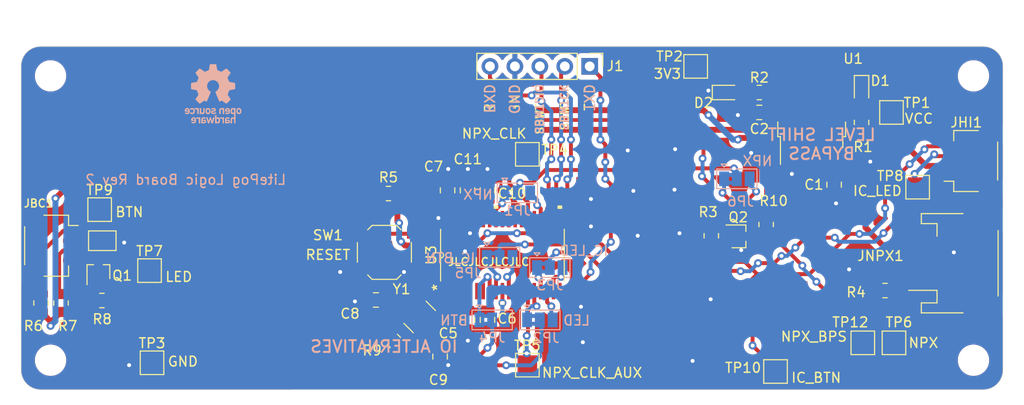
<source format=kicad_pcb>
(kicad_pcb (version 20221018) (generator pcbnew)
  (layers (0 "F.Cu" signal) (31 "B.Cu" signal) (34 "B.Paste" user) (35 "F.Paste" user) (36 "B.SilkS" user "B.Silkscreen") (37 "F.SilkS" user "F.Silkscreen") (38 "B.Mask" user) (39 "F.Mask" user) (44 "Edge.Cuts" user))
  (net 0 "")
  (net 1 "VCC")
  (net 2 "GND")
  (net 3 "+3V3")
  (net 4 "XIN")
  (net 5 "XOUT")
  (net 6 "Net-(C10-Pad1)")
  (net 7 "Net-(D1-Pad2)")
  (net 8 "Net-(D2-Pad2)")
  (net 9 "UART_RXD")
  (net 10 "SBWTDIO")
  (net 11 "SBWTCK")
  (net 12 "UART_TXD")
  (net 13 "BTN+")
  (net 14 "BTN-")
  (net 15 "LED+")
  (net 16 "LED-")
  (net 17 "IC_BTN_LED")
  (net 18 "BTN2")
  (net 19 "NPX")
  (net 20 "NPX_MCU")
  (net 21 "NPX_AUX")
  (net 22 "NPX_MAIN")
  (net 23 "LED1_AUX")
  (net 24 "LED1_MAIN")
  (net 25 "LED2_AUX")
  (net 26 "LED2_MAIN")
  (net 27 "BTN1_AUX")
  (net 28 "BTN1_MAIN")
  (net 29 "BTN2_AUX")
  (net 30 "BTN2_MAIN")
  (net 31 "NPX_MCU_BYPASS")
  (net 32 "NPX_MCU_SHIFT")
  (net 33 "LED1")
  (net 34 "NPX_DBG_CLK_MAIN")
  (net 35 "NPX_DBG_CLK_AUX")
  (footprint "Capacitor_SMD:C_0805_2012Metric" (layer "F.Cu") (at 82.804 14.097 90)
    (fp_text reference "C1")
    (fp_text value "10u")
  )
  (footprint "Capacitor_SMD:C_0805_2012Metric" (layer "F.Cu") (at 75.184 6.731 180)
    (fp_text reference "C2")
    (fp_text value "10u")
  )
  (footprint "Capacitor_SMD:C_0805_2012Metric" (layer "F.Cu") (at 45.466 27.884 -90)
    (fp_text reference "C5")
    (fp_text value "0.1u")
  )
  (footprint "Capacitor_SMD:C_0805_2012Metric" (layer "F.Cu") (at 47.498 27.884 90)
    (fp_text reference "C6")
    (fp_text value "4.7u")
  )
  (footprint "Capacitor_SMD:C_0805_2012Metric" (layer "F.Cu") (at 43.434 14.676 90)
    (fp_text reference "C7")
    (fp_text value "4.7u")
  )
  (footprint "Capacitor_SMD:C_0805_2012Metric" (layer "F.Cu") (at 36.134 25.852 180)
    (fp_text reference "C8")
    (fp_text value "15p")
  )
  (footprint "Capacitor_SMD:C_0805_2012Metric" (layer "F.Cu") (at 47.498 14.676 90)
    (fp_text reference "C10")
    (fp_text value "0.47u")
  )
  (footprint "LED_SMD:LED_0603_1608Metric" (layer "F.Cu") (at 85.598 4.445 -90)
    (fp_text reference "D1")
    (fp_text value "LED")
  )
  (footprint "LED_SMD:LED_0603_1608Metric" (layer "F.Cu") (at 71.882 4.699)
    (fp_text reference "D2")
    (fp_text value "LED")
  )
  (footprint "MountingHole:MountingHole_2.7mm_M2.5" (layer "F.Cu") (at 3 3)
    (fp_text reference "H1" hide)
    (fp_text value "MountingHole")
  )
  (footprint "MountingHole:MountingHole_2.7mm_M2.5" (layer "F.Cu") (at 3 32)
    (fp_text reference "H2" hide)
    (fp_text value "MountingHole")
  )
  (footprint "MountingHole:MountingHole_2.7mm_M2.5" (layer "F.Cu") (at 97 32)
    (fp_text reference "H3" hide)
    (fp_text value "MountingHole")
  )
  (footprint "MountingHole:MountingHole_2.7mm_M2.5" (layer "F.Cu") (at 97 3)
    (fp_text reference "H4" hide)
    (fp_text value "MountingHole")
  )
  (footprint "Connector_PinHeader_2.54mm:PinHeader_1x05_P2.54mm_Vertical" (layer "F.Cu") (at 57.912 2.032 -90)
    (fp_text reference "J1")
    (fp_text value "Conn_01x05_Male")
  )
  (footprint "Jumper:SolderJumper-2_P1.3mm_Bridged2Bar_Pad1.0x1.5mm" (layer "F.Cu") (at 8.27 19.812 180)
    (fp_text reference "JP11" hide)
    (fp_text value "Jumper")
  )
  (footprint "Package_TO_SOT_SMD:SOT-323_SC-70" (layer "F.Cu") (at 7.874 22.987 90)
    (fp_text reference "Q1")
    (fp_text value "BSS214NW")
  )
  (footprint "Resistor_SMD:R_0805_2012Metric" (layer "F.Cu") (at 85.598 7.747 90)
    (fp_text reference "R1")
    (fp_text value "110R")
  )
  (footprint "Resistor_SMD:R_0805_2012Metric" (layer "F.Cu") (at 75.184 4.699 180)
    (fp_text reference "R2")
    (fp_text value "110R")
  )
  (footprint "Resistor_SMD:R_0805_2012Metric" (layer "F.Cu") (at 87.9875 24.892)
    (fp_text reference "R4")
    (fp_text value "470R")
  )
  (footprint "Resistor_SMD:R_0805_2012Metric" (layer "F.Cu") (at 37.4125 15)
    (fp_text reference "R5")
    (fp_text value "47k")
  )
  (footprint "Resistor_SMD:R_0805_2012Metric" (layer "F.Cu") (at 2.032 26.162 -90)
    (fp_text reference "R6")
    (fp_text value "10k")
  )
  (footprint "Resistor_SMD:R_0805_2012Metric" (layer "F.Cu") (at 4.064 26.162 -90)
    (fp_text reference "R7")
    (fp_text value "110R")
  )
  (footprint "Resistor_SMD:R_0805_2012Metric" (layer "F.Cu") (at 8.2315 25.908 180)
    (fp_text reference "R8")
    (fp_text value "10k")
  )
  (footprint "TestPoint:TestPoint_Pad_2.0x2.0mm" (layer "F.Cu") (at 88.646 6.731)
    (fp_text reference "TP1")
    (fp_text value "TestPoint")
  )
  (footprint "TestPoint:TestPoint_Pad_2.0x2.0mm" (layer "F.Cu") (at 68.707 2.032)
    (fp_text reference "TP2")
    (fp_text value "TestPoint")
  )
  (footprint "TestPoint:TestPoint_Pad_2.0x2.0mm" (layer "F.Cu") (at 13.335 32.258)
    (fp_text reference "TP3")
    (fp_text value "TestPoint")
  )
  (footprint "TestPoint:TestPoint_Pad_2.0x2.0mm" (layer "F.Cu") (at 51.562 11)
    (fp_text reference "TP4")
    (fp_text value "TestPoint")
  )
  (footprint "TestPoint:TestPoint_Pad_2.0x2.0mm" (layer "F.Cu") (at 51.562 32.5)
    (fp_text reference "TP5")
    (fp_text value "TestPoint")
  )
  (footprint "TestPoint:TestPoint_Pad_2.0x2.0mm" (layer "F.Cu") (at 88.9 30.226)
    (fp_text reference "TP6")
    (fp_text value "TestPoint")
  )
  (footprint "TestPoint:TestPoint_Pad_2.0x2.0mm" (layer "F.Cu") (at 13.081 22.86)
    (fp_text reference "TP7")
    (fp_text value "TestPoint")
  )
  (footprint "TestPoint:TestPoint_Pad_2.0x2.0mm" (layer "F.Cu") (at 91.313 14.351)
    (fp_text reference "TP8")
    (fp_text value "TestPoint")
  )
  (footprint "TestPoint:TestPoint_Pad_2.0x2.0mm" (layer "F.Cu") (at 76.835 33.147)
    (fp_text reference "TP10")
    (fp_text value "TestPoint")
  )
  (footprint "TestPoint:TestPoint_Pad_2.0x2.0mm" (layer "F.Cu") (at 85.725 30.226)
    (fp_text reference "TP12")
    (fp_text value "TestPoint")
  )
  (footprint "Package_TO_SOT_SMD:TO-252-2" (layer "F.Cu") (at 80.518 6.731 90)
    (fp_text reference "U1")
    (fp_text value "NCP1117-3.3_TO252")
  )
  (footprint "Gigahawk:MSP430FR5739IDAR" (layer "F.Cu") (at 49.022 21.28 90)
    (fp_text reference "U3")
    (fp_text value "MSP430FR5739IDAR" hide)
  )
  (footprint "Gigahawk:Crystal_SMD_AWSZT-CV-2Pin_3.7x3.1mm" (layer "F.Cu") (at 40.59534 27.58534 135)
    (fp_text reference "Y1")
    (fp_text value "Crystal")
  )
  (footprint "Gigahawk:JST_SH_SM04B-SRSS-TB_1x04-1MP_P1.00mm_Horizontal" (layer "F.Cu") (at 3.048 20.32 -90)
    (fp_text reference "JBC1")
    (fp_text value "Conn_01x04")
  )
  (footprint "Gigahawk:JST_SH_SM04B-SRSS-TB_1x04-1MP_P1.00mm_Horizontal" (layer "F.Cu") (at 96.774 11.684 90)
    (fp_text reference "JHI1")
    (fp_text value "Conn_01x04")
  )
  (footprint "Capacitor_SMD:C_0805_2012Metric" (layer "F.Cu") (at 42.672 31.628 90)
    (fp_text reference "C9")
    (fp_text value "15p")
  )
  (footprint "Capacitor_SMD:C_0805_2012Metric" (layer "F.Cu") (at 45.466 14.676 90)
    (fp_text reference "C11")
    (fp_text value "0.1u")
  )
  (footprint "Button_Switch_SMD:SW_SPST_TL3342" (layer "F.Cu") (at 37 21)
    (fp_text reference "SW1")
    (fp_text value "SW_Push")
  )
  (footprint "TestPoint:TestPoint_Pad_2.0x2.0mm" (layer "F.Cu") (at 8.001 16.637)
    (fp_text reference "TP9")
    (fp_text value "TestPoint")
  )
  (footprint "Resistor_SMD:R_0805_2012Metric" (layer "F.Cu") (at 37.962765 30.032765 -45)
    (fp_text reference "R9")
    (fp_text value "1M")
  )
  (footprint "Resistor_SMD:R_0805_2012Metric" (layer "F.Cu") (at 70.2945 19.304 90)
    (fp_text reference "R3")
    (fp_text value "10k")
  )
  (footprint "Resistor_SMD:R_0805_2012Metric" (layer "F.Cu") (at 75.8825 18.161 90)
    (fp_text reference "R10")
    (fp_text value "10k")
  )
  (footprint "Package_TO_SOT_SMD:SOT-323_SC-70" (layer "F.Cu") (at 73.0885 19.3675)
    (fp_text reference "Q2")
    (fp_text value "BSS214NW")
  )
  (footprint "Gigahawk:JST_PH_S3B-PH-SM4-TB_1x03-1MP_P2.00mm_Horizontal" (layer "F.Cu") (at 94.996 22.11 90)
    (fp_text reference "JNPX1")
    (fp_text value "Conn_01x03")
  )
  (footprint "Jumper:SolderJumper-3_P1.3mm_Bridged2Bar12_Pad1.0x1.5mm" (layer "B.Cu") (at 50.546 14.93)
    (fp_text reference "JP1")
    (fp_text value "Jumper_3_Bridged12")
  )
  (footprint "Jumper:SolderJumper-3_P1.3mm_Bridged2Bar12_Pad1.0x1.5mm" (layer "B.Cu") (at 52.832 27.884)
    (fp_text reference "JP2")
    (fp_text value "Jumper_3_Bridged12")
  )
  (footprint "Jumper:SolderJumper-3_P1.3mm_Bridged2Bar12_Pad1.0x1.5mm" (layer "B.Cu") (at 53.848 22.55)
    (fp_text reference "JP3")
    (fp_text value "Jumper_3_Bridged12")
  )
  (footprint "Jumper:SolderJumper-3_P1.3mm_Bridged2Bar12_Pad1.0x1.5mm" (layer "B.Cu") (at 47.976 27.884)
    (fp_text reference "JP4")
    (fp_text value "Jumper_3_Bridged12")
  )
  (footprint "Jumper:SolderJumper-3_P1.3mm_Bridged2Bar12_Pad1.0x1.5mm" (layer "B.Cu") (at 48.738 21.5)
    (fp_text reference "JP5")
    (fp_text value "Jumper_3_Bridged12")
  )
  (footprint "Jumper:SolderJumper-3_P1.3mm_Bridged2Bar12_Pad1.0x1.5mm" (layer "B.Cu") (at 72.898 13.5)
    (fp_text reference "JP6")
    (fp_text value "Jumper_3_Bridged12")
  )
  (footprint "Symbol:OSHW-Logo_5.7x6mm_SilkScreen" (layer "B.Cu") (at 19.558 4.826 180)
    (fp_text reference "LOGO1" hide)
    (fp_text value "Logo_Open_Hardware_Small" hide)
  )
  (gr_line (start 2 35) (end 98 35) (stroke (width 0.05)) (layer "Edge.Cuts"))
  (gr_arc (start 0 2) (mid 0.585786 0.585786) (end 2 0) (stroke (width 0.05)) (layer "Edge.Cuts"))
  (gr_line (start 100 2) (end 100 33) (stroke (width 0.05)) (layer "Edge.Cuts"))
  (gr_line (start 0 2) (end 0 33) (stroke (width 0.05)) (layer "Edge.Cuts"))
  (gr_arc (start 100 33) (mid 99.414214 34.414214) (end 98 35) (stroke (width 0.05)) (layer "Edge.Cuts"))
  (gr_line (start 2 0) (end 98 0) (stroke (width 0.05)) (layer "Edge.Cuts"))
  (gr_arc (start 98 0) (mid 99.414214 0.585786) (end 100 2) (stroke (width 0.05)) (layer "Edge.Cuts"))
  (gr_arc (start 2 35) (mid 0.585786 34.414214) (end 0 33) (stroke (width 0.05)) (layer "Edge.Cuts"))
  (gr_text "BTN" (at 45.593 27.94) (layer "B.SilkS") (effects (font (size 1 1)) (justify left mirror)))
  (gr_text "IO ALTERNATIVES" (at 36.957 30.607) (layer "B.SilkS") (effects (font (size 1.2 1.2) (thickness 0.2)) (justify mirror)))
  (gr_text "IC_LED" (at 54.737 20.828) (layer "B.SilkS") (effects (font (size 1 1)) (justify right mirror)))
  (gr_text "RXD" (at 47.679381 3.75 270) (layer "B.SilkS") (effects (font (size 1 1)) (justify right mirror)))
  (gr_text "GND" (at 50.187619 3.75 270) (layer "B.SilkS") (effects (font (size 1 1)) (justify right mirror)))
  (gr_text "SBWTDIO" (at 52.752762 3.75 270) (layer "B.SilkS") (effects (font (size 0.8 0.8)) (justify right mirror)))
  (gr_text "SBWTCK" (at 55.254714 3.75 270) (layer "B.SilkS") (effects (font (size 0.8 0.8)) (justify right mirror)))
  (gr_text "TXD" (at 57.855286 3.75 270) (layer "B.SilkS") (effects (font (size 1 1)) (justify right mirror)))
  (gr_text "LitePog Logic Board Rev 2" (at 16.764 13.589) (layer "B.SilkS") (effects (font (size 1 1)) (justify mirror)))
  (gr_text "LEVEL SHIFT\nBYPASS" (at 81.534 9.9695) (layer "B.SilkS") (effects (font (size 1.2 1.2) (thickness 0.2)) (justify mirror)))
  (gr_text "IC_BTN" (at 46.355 21.59) (layer "B.SilkS") (effects (font (size 1 1)) (justify left mirror)))
  (gr_text "NPX" (at 48.133 15.113) (layer "B.SilkS") (effects (font (size 1 1)) (justify left mirror)))
  (gr_text "NPX" (at 73.406 11.684) (layer "B.SilkS") (effects (font (size 1 1)) (justify right mirror)))
  (gr_text "LED" (at 55.118 27.94) (layer "B.SilkS") (effects (font (size 1 1)) (justify right mirror)))
  (gr_text "3V3" (at 67.31 2.794) (layer "F.SilkS") (effects (font (size 1 1)) (justify right)))
  (gr_text "NPX_CLK_AUX" (at 52.959 33.274) (layer "F.SilkS") (effects (font (size 1 1)) (justify left)))
  (gr_text "BTN" (at 9.525 16.891) (layer "F.SilkS") (effects (font (size 1 1)) (justify left)))
  (gr_text "GND" (at 50.292 3.75 90) (layer "F.SilkS") (effects (font (size 1 1)) (justify right)))
  (gr_text "SBWTDIO" (at 52.832 3.75 90) (layer "F.SilkS") (effects (font (size 0.8 0.8)) (justify right)))
  (gr_text "SBWTCK" (at 55.372 3.75 90) (layer "F.SilkS") (effects (font (size 0.8 0.8)) (justify right)))
  (gr_text "TXD" (at 57.912 3.75 90) (layer "F.SilkS") (effects (font (size 1 1)) (justify right)))
  (gr_text "NPX" (at 90.297 30.226) (layer "F.SilkS") (effects (font (size 1 1)) (justify left)))
  (gr_text "NPX_CLK" (at 51.562 8.89) (layer "F.SilkS") (effects (font (size 1 1)) (justify right)))
  (gr_text "LED" (at 14.605 23.495) (layer "F.SilkS") (effects (font (size 1 1)) (justify left)))
  (gr_text "RESET" (at 31.25 21.25) (layer "F.SilkS") (effects (font (size 1 1))))
  (gr_text "GND" (at 14.859 32.131) (layer "F.SilkS") (effects (font (size 1 1)) (justify left)))
  (gr_text "NPX_BPS" (at 84.201 29.591) (layer "F.SilkS") (effects (font (size 1 1)) (justify right)))
  (gr_text "RXD" (at 47.75 3.75 90) (layer "F.SilkS") (effects (font (size 1 1)) (justify right)))
  (gr_text "VCC" (at 89.916 7.366) (layer "F.SilkS") (effects (font (size 1 1)) (justify left)))
  (gr_text "IC_LED" (at 89.789 14.732) (layer "F.SilkS") (effects (font (size 1 1)) (justify right)))
  (gr_text "JLCJLCJLCJLC" (at 47.625 21.971) (layer "F.SilkS") (effects (font (size 0.8 0.8))))
  (gr_text "IC_BTN" (at 78.359 33.782) (layer "F.SilkS") (effects (font (size 1 1)) (justify left)))
  (segment (start 69.5 6.5) (end 12.5 6.5) (width 0.6) (layer "F.Cu") (net 1))
  (segment (start 86 18.464) (end 86 16.343) (width 0.6) (layer "F.Cu") (net 1))
  (segment (start 75.8825 9.517998) (end 75.695501 9.330999) (width 0.4) (layer "F.Cu") (net 1))
  (segment (start 86.281604 18.745604) (end 86 18.464) (width 0.6) (layer "F.Cu") (net 1))
  (segment (start 12.5 6.5) (end 3.5 15.5) (width 0.6) (layer "F.Cu") (net 1))
  (segment (start 88.6595 8.6595) (end 85.598 8.6595) (width 0.6) (layer "F.Cu") (net 1))
  (segment (start 88.646 6.731) (end 88.646 8.646) (width 0.6) (layer "F.Cu") (net 1))
  (segment (start 83.431 10.931) (end 84.8285 12.3285) (width 0.6) (layer "F.Cu") (net 1))
  (segment (start 82.798 10.931) (end 83.431 10.931) (width 0.6) (layer "F.Cu") (net 1))
  (segment (start 86.281604 18.804812) (end 86.281604 18.745604) (width 0.6) (layer "F.Cu") (net 1))
  (segment (start 82.798 10.931) (end 83.3265 10.931) (width 0.6) (layer "F.Cu") (net 1))
  (segment (start 3 28.5) (end 3 28.0425) (width 0.6) (layer "F.Cu") (net 1))
  (segment (start 75.695501 9.330999) (end 73.169001 9.330999) (width 0.6) (layer "F.Cu") (net 1))
  (segment (start 92.184 12.184) (end 88.6595 8.6595) (width 0.6) (layer "F.Cu") (net 1))
  (segment (start 81.197999 9.330999) (end 75.695501 9.330999) (width 0.6) (layer "F.Cu") (net 1))
  (segment (start 75.8825 17.2485) (end 75.8825 9.517998) (width 0.4) (layer "F.Cu") (net 1))
  (segment (start 88.646 8.646) (end 88.6595 8.6595) (width 0.6) (layer "F.Cu") (net 1))
  (segment (start 89.586792 22.11) (end 86.281604 18.804812) (width 0.6) (layer "F.Cu") (net 1))
  (segment (start 3 28.1385) (end 4.064 27.0745) (width 0.6) (layer "F.Cu") (net 1))
  (segment (start 70 7) (end 69.5 6.5) (width 0.6) (layer "F.Cu") (net 1))
  (segment (start 3 28.5) (end 3 28.1385) (width 0.6) (layer "F.Cu") (net 1))
  (segment (start 92.146 22.11) (end 89.586792 22.11) (width 0.6) (layer "F.Cu") (net 1))
  (segment (start 86 16.343) (end 84.8285 15.1715) (width 0.6) (layer "F.Cu") (net 1))
  (segment (start 84.8285 15.1715) (end 82.804 13.147) (width 0.6) (layer "F.Cu") (net 1))
  (segment (start 84.8285 12.3285) (end 84.8285 15.1715) (width 0.6) (layer "F.Cu") (net 1))
  (segment (start 94.774 12.184) (end 92.184 12.184) (width 0.6) (layer "F.Cu") (net 1))
  (segment (start 83.3265 10.931) (end 85.598 8.6595) (width 0.6) (layer "F.Cu") (net 1))
  (segment (start 73.169001 9.330999) (end 73 9.5) (width 0.6) (layer "F.Cu") (net 1))
  (segment (start 3 28.0425) (end 2.032 27.0745) (width 0.6) (layer "F.Cu") (net 1))
  (segment (start 82.798 10.931) (end 81.197999 9.330999) (width 0.6) (layer "F.Cu") (net 1))
  (via (at 3.5 15.5) (size 0.8) (drill 0.4) (layers "F.Cu" "B.Cu") (net 1))
  (via (at 70 7) (size 0.8) (drill 0.4) (layers "F.Cu" "B.Cu") (net 1))
  (via (at 73 9.5) (size 0.8) (drill 0.4) (layers "F.Cu" "B.Cu") (net 1))
  (via (at 3 28.5) (size 0.8) (drill 0.4) (layers "F.Cu" "B.Cu") (net 1))
  (segment (start 3.5 15.5) (end 3.5 28) (width 0.6) (layer "B.Cu") (net 1))
  (segment (start 3.5 28) (end 3 28.5) (width 0.6) (layer "B.Cu") (net 1))
  (segment (start 72.5 9.5) (end 70 7) (width 0.6) (layer "B.Cu") (net 1))
  (segment (start 73 9.5) (end 72.5 9.5) (width 0.6) (layer "B.Cu") (net 1))
  (segment (start 46.422 18.8479) (end 46.221998 19.047902) (width 0.4) (layer "F.Cu") (net 2))
  (segment (start 11.242 32.258) (end 11 32.5) (width 0.4) (layer "F.Cu") (net 2))
  (segment (start 45.466 28.834) (end 45.466 29.966) (width 0.6) (layer "F.Cu") (net 2))
  (segment (start 47.498 28.834) (end 45.466 28.834) (width 0.6) (layer "F.Cu") (net 2))
  (segment (start 45.466 13.726) (end 45.466 12.534) (width 0.6) (layer "F.Cu") (net 2))
  (segment (start 43.422 32.578) (end 43.5 32.5) (width 0.4) (layer "F.Cu") (net 2))
  (segment (start 46.221998 19.047902) (end 45.72 19.047902) (width 0.4) (layer "F.Cu") (net 2))
  (segment (start 32.6 22.9) (end 32.5 23) (width 0.4) (layer "F.Cu") (net 2))
  (segment (start 94.86 20.86) (end 95 21) (width 0.6) (layer "F.Cu") (net 2))
  (segment (start 47.498 13.726) (end 47.498 12.502) (width 0.6) (layer "F.Cu") (net 2))
  (segment (start 13.335 32.258) (end 11.242 32.258) (width 0.4) (layer "F.Cu") (net 2))
  (segment (start 43.434 13.726) (end 43.434 12.566) (width 0.6) (layer "F.Cu") (net 2))
  (segment (start 78.238 10.931) (end 78.238 12.738) (width 0.6) (layer "F.Cu") (net 2))
  (segment (start 45.466 29.966) (end 45.5 30) (width 0.6) (layer "F.Cu") (net 2))
  (segment (start 74.234 6.731) (end 73.269 6.731) (width 0.6) (layer "F.Cu") (net 2))
  (segment (start 39.1 22.9) (end 39 23) (width 0.4) (layer "F.Cu") (net 2))
  (segment (start 8.92 19.812) (end 10.312 19.812) (width 0.4) (layer "F.Cu") (net 2))
  (segment (start 73.269 6.731) (end 73 7) (width 0.6) (layer "F.Cu") (net 2))
  (segment (start 46.422 17.6097) (end 46.422 18.8479) (width 0.4) (layer "F.Cu") (net 2))
  (segment (start 42.672 32.578) (end 43.422 32.578) (width 0.4) (layer "F.Cu") (net 2))
  (segment (start 70.199 4.699) (end 70 4.5) (width 0.4) (layer "F.Cu") (net 2))
  (segment (start 35.184 25.852) (end 34.148 25.852) (width 0.4) (layer "F.Cu") (net 2))
  (segment (start 47.498 12.502) (end 47.5 12.5) (width 0.6) (layer "F.Cu") (net 2))
  (segment (start 44.472001 24.9503) (end 44.472001 24.723501) (width 0.4) (layer "F.Cu") (net 2))
  (segment (start 71.0945 4.699) (end 70.199 4.699) (width 0.4) (layer "F.Cu") (net 2))
  (segment (start 43.434 12.566) (end 43.5 12.5) (width 0.6) (layer "F.Cu") (net 2))
  (segment (start 43.507702 22.9) (end 40.15 22.9) (width 0.4) (layer "F.Cu") (net 2))
  (segment (start 10.312 19.812) (end 10.5 20) (width 0.4) (layer "F.Cu") (net 2))
  (segment (start 82.804 15.804) (end 83 16) (width 0.6) (layer "F.Cu") (net 2))
  (segment (start 42.6097 17.6097) (end 42.5 17.5) (width 0.4) (layer "F.Cu") (net 2))
  (segment (start 44.399801 24.651301) (end 44.399801 23.792099) (width 0.4) (layer "F.Cu") (net 2))
  (segment (start 47.498 28.834) (end 47.498 29.002) (width 0.6) (layer "F.Cu") (net 2))
  (segment (start 78.238 12.738) (end 78.5 13) (width 0.6) (layer "F.Cu") (net 2))
  (segment (start 44.399801 23.792099) (end 43.507702 22.9) (width 0.4) (layer "F.Cu") (net 2))
  (segment (start 45.466 12.534) (end 45.5 12.5) (width 0.6) (layer "F.Cu") (net 2))
  (segment (start 82.804 15.047) (end 82.804 15.804) (width 0.6) (layer "F.Cu") (net 2))
  (segment (start 44.472001 24.723501) (end 44.399801 24.651301) (width 0.4) (layer "F.Cu") (net 2))
  (segment (start 40.15 22.9) (end 39.1 22.9) (width 0.4) (layer "F.Cu") (net 2))
  (segment (start 43.172002 17.6097) (end 42.6097 17.6097) (width 0.4) (layer "F.Cu") (net 2))
  (segment (start 34.148 25.852) (end 34 26) (width 0.4) (layer "F.Cu") (net 2))
  (segment (start 33.85 22.9) (end 32.6 22.9) (width 0.4) (layer "F.Cu") (net 2))
  (via (at 45.212 20.8915) (size 0.8) (drill 0.4) (layers "F.Cu" "B.Cu") (net 2))
  (via (at 62.8015 19.304) (size 0.8) (drill 0.4) (layers "F.Cu" "B.Cu") (net 2))
  (via (at 74.3585 10.8585) (size 0.8) (drill 0.4) (layers "F.Cu" "B.Cu") (net 2))
  (via (at 45.5 12.5) (size 0.8) (drill 0.4) (layers "F.Cu" "B.Cu") (net 2))
  (via (at 78.5 13) (size 0.8) (drill 0.4) (layers "F.Cu" "B.Cu") (net 2))
  (via (at 32.5 23) (size 0.8) (drill 0.4) (layers "F.Cu" "B.Cu") (net 2))
  (via (at 45.72 19.047902) (size 0.8) (drill 0.4) (layers "F.Cu" "B.Cu") (net 2))
  (via (at 10.5 20) (size 0.8) (drill 0.4) (layers "F.Cu" "B.Cu") (net 2))
  (via (at 84.328 22.733) (size 0.8) (drill 0.4) (layers "F.Cu" "B.Cu") (net 2))
  (via (at 34 26) (size 0.8) (drill 0.4) (layers "F.Cu" "B.Cu") (net 2))
  (via (at 43.5 12.5) (size 0.8) (drill 0.4) (layers "F.Cu" "B.Cu") (net 2))
  (via (at 86.487 11.7475) (size 0.8) (drill 0.4) (layers "F.Cu" "B.Cu") (net 2))
  (via (at 73.3425 20.7645) (size 0.8) (drill 0.4) (layers "F.Cu" "B.Cu") (net 2))
  (via (at 68.3895 32.0675) (size 0.8) (drill 0.4) (layers "F.Cu" "B.Cu") (net 2))
  (via (at 70.231 25.781) (size 0.8) (drill 0.4) (layers "F.Cu" "B.Cu") (net 2))
  (via (at 61.7855 10.6045) (size 0.8) (drill 0.4) (layers "F.Cu" "B.Cu") (net 2))
  (via (at 67.056 19.05) (size 0.8) (drill 0.4) (layers "F.Cu" "B.Cu") (net 2))
  (via (at 58.039 15.5575) (size 0.8) (drill 0.4) (layers "F.Cu" "B.Cu") (net 2))
  (via (at 66.6115 10.4775) (size 0.8) (drill 0.4) (layers "F.Cu" "B.Cu") (net 2))
  (via (at 95 21) (size 0.8) (drill 0.4) (layers "F.Cu" "B.Cu") (net 2))
  (via (at 73 7) (size 0.8) (drill 0.4) (layers "F.Cu" "B.Cu") (net 2))
  (via (at 39 23) (size 0.8) (drill 0.4) (layers "F.Cu" "B.Cu") (net 2))
  (via (at 47.5 12.5) (size 0.8) (drill 0.4) (layers "F.Cu" "B.Cu") (net 2))
  (via (at 57.2135 30.1625) (size 0.8) (drill 0.4) (layers "F.Cu" "B.Cu") (net 2))
  (via (at 66.548 14.605) (size 0.8) (drill 0.4) (layers "F.Cu" "B.Cu") (net 2))
  (via (at 62.357 14.732) (size 0.8) (drill 0.4) (layers "F.Cu" "B.Cu") (net 2))
  (via (at 45.5 30) (size 0.8) (drill 0.4) (layers "F.Cu" "B.Cu") (net 2))
  (via (at 42.5 17.5) (size 0.8) (drill 0.4) (layers "F.Cu" "B.Cu") (net 2))
  (via (at 11 32.5) (size 0.8) (drill 0.4) (layers "F.Cu" "B.Cu") (net 2))
  (via (at 57.023 26.543) (size 0.8) (drill 0.4) (layers "F.Cu" "B.Cu") (net 2))
  (via (at 70 4.5) (size 0.8) (drill 0.4) (layers "F.Cu" "B.Cu") (net 2))
  (via (at 58.039 18.3515) (size 0.8) (drill 0.4) (layers "F.Cu" "B.Cu") (net 2))
  (via (at 83 16) (size 0.8) (drill 0.4) (layers "F.Cu" "B.Cu") (net 2))
  (via (at 43.5 32.5) (size 0.8) (drill 0.4) (layers "F.Cu" "B.Cu") (net 2))
  (segment (start 45.772001 17.6097) (end 45.772001 15.932001) (width 0.4) (layer "F.Cu") (net 3))
  (segment (start 77.919 2.032) (end 80.518 4.631) (width 0.6) (layer "F.Cu") (net 3))
  (segment (start 45.772001 15.932001) (end 45.466 15.626) (width 0.4) (layer "F.Cu") (net 3))
  (segment (start 45.122 24.9503) (end 45.122 26.59) (width 0.4) (layer "F.Cu") (net 3))
  (segment (start 40.25 13.25) (end 40.25 11.25) (width 0.6) (layer "F.Cu") (net 3))
  (segment (start 76.134 6.731) (end 78.418 6.731) (width 0.6) (layer "F.Cu") (net 3))
  (segment (start 38.699998 19.9) (end 39.099997 20.299999) (width 0.6) (layer "F.Cu") (net 3))
  (segment (start 76.0965 4.699) (end 80.45 4.699) (width 0.6) (layer "F.Cu") (net 3))
  (segment (start 69.5 11.3355) (end 69.4055 11.43) (width 0.4) (layer "F.Cu") (net 3))
  (segment (start 70.6205 18.7175) (end 70.2945 18.3915) (width 0.4) (layer "F.Cu") (net 3))
  (segment (start 45.122 23.289998) (end 45.122 23.632037) (width 0.6) (layer "F.Cu") (net 3))
  (segment (start 38.325 13.175) (end 38.325 15) (width 0.6) (layer "F.Cu") (net 3))
  (segment (start 38.325 17.825) (end 38.5 18) (width 0.6) (layer "F.Cu") (net 3))
  (segment (start 76.134 7.866) (end 75.5 8.5) (width 0.6) (layer "F.Cu") (net 3))
  (segment (start 45.122 26.59) (end 45.466 26.934) (width 0.4) (layer "F.Cu") (net 3))
  (segment (start 78.418 6.731) (end 80.518 4.631) (width 0.6) (layer "F.Cu") (net 3))
  (segment (start 72.0885 18.7175) (end 70.6205 18.7175) (width 0.4) (layer "F.Cu") (net 3))
  (segment (start 45.466 26.934) (end 47.498 26.934) (width 0.6) (layer "F.Cu") (net 3))
  (segment (start 43 8.5) (end 40.25 11.25) (width 0.6) (layer "F.Cu") (net 3))
  (segment (start 70.2945 14.18564) (end 70.2945 18.3915) (width 0.4) (layer "F.Cu") (net 3))
  (segment (start 42.626 15.626) (end 40.25 13.25) (width 0.6) (layer "F.Cu") (net 3))
  (segment (start 45.466 15.626) (end 43.434 15.626) (width 0.6) (layer "F.Cu") (net 3))
  (segment (start 45.122 24.9503) (end 45.122 23.622) (width 0.4) (layer "F.Cu") (net 3))
  (segment (start 69.5 8.5) (end 43 8.5) (width 0.6) (layer "F.Cu") (net 3))
  (segment (start 75.5 8.5) (end 69.5 8.5) (width 0.6) (layer "F.Cu") (net 3))
  (segment (start 42.132001 20.299999) (end 45.122 23.289998) (width 0.6) (layer "F.Cu") (net 3))
  (segment (start 77.792 1.905) (end 80.518 4.631) (width 0.6) (layer "F.Cu") (net 3))
  (segment (start 39.099997 20.299999) (end 42.132001 20.299999) (width 0.6) (layer "F.Cu") (net 3))
  (segment (start 76.134 6.731) (end 76.134 7.866) (width 0.6) (layer "F.Cu") (net 3))
  (segment (start 69.342 13.23314) (end 70.2945 14.18564) (width 0.4) (layer "F.Cu") (net 3))
  (segment (start 80.45 4.699) (end 80.518 4.631) (width 0.6) (layer "F.Cu") (net 3))
  (segment (start 43.434 15.626) (end 42.626 15.626) (width 0.6) (layer "F.Cu") (net 3))
  (segment (start 68.707 2.032) (end 77.919 2.032) (width 0.6) (layer "F.Cu") (net 3))
  (segment (start 69.5 8.5) (end 69.5 11.3355) (width 0.4) (layer "F.Cu") (net 3))
  (segment (start 38.325 15) (end 38.325 17.825) (width 0.6) (layer "F.Cu") (net 3))
  (segment (start 45.122 23.632037) (end 45.148131 23.658168) (width 0.6) (layer "F.Cu") (net 3))
  (segment (start 40.25 11.25) (end 38.325 13.175) (width 0.6) (layer "F.Cu") (net 3))
  (via (at 38.5 18) (size 0.8) (drill 0.4) (layers "F.Cu" "B.Cu") (net 3))
  (via (at 69.342 13.23314) (size 0.8) (drill 0.4) (layers "F.Cu" "B.Cu") (net 3))
  (via (at 38.699998 19.9) (size 0.8) (drill 0.4) (layers "F.Cu" "B.Cu") (net 3))
  (via (at 69.4055 11.43) (size 0.8) (drill 0.4) (layers "F.Cu" "B.Cu") (net 3))
  (segment (start 69.4055 13.16964) (end 69.342 13.23314) (width 0.4) (layer "B.Cu") (net 3))
  (segment (start 69.4055 11.43) (end 69.4055 13.16964) (width 0.4) (layer "B.Cu") (net 3))
  (segment (start 38.5 18) (end 38.5 19.700002) (width 0.6) (layer "B.Cu") (net 3))
  (segment (start 38.5 19.700002) (end 38.699998 19.9) (width 0.6) (layer "B.Cu") (net 3))
  (segment (start 39.53468 26.52468) (end 41.597619 26.52468) (width 0.4) (layer "F.Cu") (net 4))
  (segment (start 41.597619 26.52468) (end 43.171999 24.9503) (width 0.4) (layer "F.Cu") (net 4))
  (segment (start 37.31753 28.74183) (end 39.53468 26.52468) (width 0.4) (layer "F.Cu") (net 4))
  (segment (start 38.862 25.852) (end 39.53468 26.52468) (width 0.4) (layer "F.Cu") (net 4))
  (segment (start 37.31753 29.38753) (end 37.31753 28.74183) (width 0.4) (layer "F.Cu") (net 4))
  (segment (start 37.084 25.852) (end 38.862 25.852) (width 0.4) (layer "F.Cu") (net 4))
  (segment (start 41.656 29.662) (end 42.672 30.678) (width 0.4) (layer "F.Cu") (net 5))
  (segment (start 38.608 30.678) (end 39.624 30.678) (width 0.4) (layer "F.Cu") (net 5))
  (segment (start 43.822 27.187106) (end 43.822 24.9503) (width 0.4) (layer "F.Cu") (net 5))
  (segment (start 41.656 28.646) (end 41.656 29.662) (width 0.4) (layer "F.Cu") (net 5))
  (segment (start 39.624 30.678) (end 41.656 28.646) (width 0.4) (layer "F.Cu") (net 5))
  (segment (start 42.363106 28.646) (end 43.822 27.187106) (width 0.4) (layer "F.Cu") (net 5))
  (segment (start 41.656 28.646) (end 42.363106 28.646) (width 0.4) (layer "F.Cu") (net 5))
  (segment (start 47.072001 17.6097) (end 47.072001 16.051999) (width 0.4) (layer "F.Cu") (net 6))
  (segment (start 47.072001 16.051999) (end 47.498 15.626) (width 0.4) (layer "F.Cu") (net 6))
  (segment (start 85.598 6.8345) (end 85.598 5.2325) (width 0.4) (layer "F.Cu") (net 7))
  (segment (start 74.2715 4.699) (end 72.6695 4.699) (width 0.4) (layer "F.Cu") (net 8))
  (segment (start 56 11.5) (end 56 9.5) (width 0.4) (layer "F.Cu") (net 9))
  (segment (start 54.872001 17.6097) (end 55.629602 16.852099) (width 0.4) (layer "F.Cu") (net 9))
  (segment (start 55.629602 16.852099) (end 55.629602 13.552341) (width 0.4) (layer "F.Cu") (net 9))
  (segment (start 49.5 5) (end 52 5) (width 0.4) (layer "F.Cu") (net 9))
  (segment (start 47.752 2.032) (end 47.752 3.252) (width 0.4) (layer "F.Cu") (net 9))
  (segment (start 47.752 3.252) (end 49.5 5) (width 0.4) (layer "F.Cu") (net 9))
  (via (at 55.629602 13.552341) (size 0.8) (drill 0.4) (layers "F.Cu" "B.Cu") (net 9))
  (via (at 56 9.5) (size 0.8) (drill 0.4) (layers "F.Cu" "B.Cu") (net 9))
  (via (at 56 11.5) (size 0.8) (drill 0.4) (layers "F.Cu" "B.Cu") (net 9))
  (via (at 52 5) (size 0.8) (drill 0.4) (layers "F.Cu" "B.Cu") (net 9))
  (segment (start 55.629602 13.552341) (end 56 13.181943) (width 0.4) (layer "B.Cu") (net 9))
  (segment (start 56 5.315998) (end 55.384001 4.699999) (width 0.4) (layer "B.Cu") (net 9))
  (segment (start 55.384001 4.699999) (end 52.300001 4.699999) (width 0.4) (layer "B.Cu") (net 9))
  (segment (start 56 13.181943) (end 56 11.5) (width 0.4) (layer "B.Cu") (net 9))
  (segment (start 56 9.5) (end 56 5.315998) (width 0.4) (layer "B.Cu") (net 9))
  (segment (start 52.300001 4.699999) (end 52 5) (width 0.4) (layer "B.Cu") (net 9))
  (segment (start 43.847903 19.847903) (end 46.69823 19.847903) (width 0.4) (layer "F.Cu") (net 10))
  (segment (start 53.572001 17.6097) (end 53.572001 16.523697) (width 0.4) (layer "F.Cu") (net 10))
  (segment (start 36.5 16.45) (end 33.85 19.1) (width 0.4) (layer "F.Cu") (net 10))
  (segment (start 53.572001 17.6097) (end 53.572001 18.695701) (width 0.4) (layer "F.Cu") (net 10))
  (segment (start 46.69823 19.847903) (end 47.498232 19.047901) (width 0.4) (layer "F.Cu") (net 10))
  (segment (start 53 5.6) (end 53 2.2) (width 0.4) (layer "F.Cu") (net 10))
  (segment (start 54 11.5) (end 54 9.5) (width 0.4) (layer "F.Cu") (net 10))
  (segment (start 40.204012 19.045988) (end 40.15 19.1) (width 0.4) (layer "F.Cu") (net 10))
  (segment (start 53.572001 18.695701) (end 53.219801 19.047901) (width 0.4) (layer "F.Cu") (net 10))
  (segment (start 36.5 15) (end 36.5 16.45) (width 0.4) (layer "F.Cu") (net 10))
  (segment (start 40.15 19.1) (end 43.1 19.1) (width 0.4) (layer "F.Cu") (net 10))
  (segment (start 43.1 19.1) (end 43.847903 19.847903) (width 0.4) (layer "F.Cu") (net 10))
  (segment (start 53.724199 13.724199) (end 53.565686 13.565686) (width 0.4) (layer "F.Cu") (net 10))
  (segment (start 53.724199 16.371499) (end 53.724199 13.724199) (width 0.4) (layer "F.Cu") (net 10))
  (segment (start 53.572001 16.523697) (end 53.724199 16.371499) (width 0.4) (layer "F.Cu") (net 10))
  (segment (start 53.219801 19.047901) (end 50.500017 19.047901) (width 0.4) (layer "F.Cu") (net 10))
  (segment (start 53 2.2) (end 52.832 2.032) (width 0.4) (layer "F.Cu") (net 10))
  (segment (start 40.15 19.1) (end 33.85 19.1) (width 0.4) (layer "F.Cu") (net 10))
  (via (at 47.498232 19.047901) (size 0.8) (drill 0.4) (layers "F.Cu" "B.Cu") (net 10))
  (via (at 53 5.6) (size 0.8) (drill 0.4) (layers "F.Cu" "B.Cu") (net 10))
  (via (at 53.565686 13.565686) (size 0.8) (drill 0.4) (layers "F.Cu" "B.Cu") (net 10))
  (via (at 54 9.5) (size 0.8) (drill 0.4) (layers "F.Cu" "B.Cu") (net 10))
  (via (at 50.500017 19.047901) (size 0.8) (drill 0.4) (layers "F.Cu" "B.Cu") (net 10))
  (via (at 54 11.5) (size 0.8) (drill 0.4) (layers "F.Cu" "B.Cu") (net 10))
  (segment (start 54 9.5) (end 54 6.6) (width 0.4) (layer "B.Cu") (net 10))
  (segment (start 54 6.6) (end 53 5.6) (width 0.4) (layer "B.Cu") (net 10))
  (segment (start 53.565686 13.565686) (end 53.565686 11.934314) (width 0.4) (layer "B.Cu") (net 10))
  (segment (start 53.565686 11.934314) (end 54 11.5) (width 0.4) (layer "B.Cu") (net 10))
  (segment (start 47.498232 19.047901) (end 47.496319 19.045988) (width 0.4) (layer "B.Cu") (net 10))
  (segment (start 50.500017 19.047901) (end 47.498232 19.047901) (width 0.4) (layer "B.Cu") (net 10))
  (segment (start 54.5 16.371499) (end 54.5 13.55878) (width 0.4) (layer "F.Cu") (net 11))
  (segment (start 54.2942 17.1498) (end 54.2942 16.577299) (width 0.4) (layer "F.Cu") (net 11))
  (segment (start 54.222 17.222) (end 54.2942 17.1498) (width 0.4) (layer "F.Cu") (net 11))
  (segment (start 54.5 13.55878) (end 54.563225 13.495555) (width 0.4) (layer "F.Cu") (net 11))
  (segment (start 54.222 17.6097) (end 54.222 17.222) (width 0.4) (layer "F.Cu") (net 11))
  (segment (start 55 2.404) (end 55.372 2.032) (width 0.4) (layer "F.Cu") (net 11))
  (segment (start 54.2942 16.577299) (end 54.5 16.371499) (width 0.4) (layer "F.Cu") (net 11))
  (segment (start 55 11.5) (end 55 9.5) (width 0.4) (layer "F.Cu") (net 11))
  (segment (start 55 5.5) (end 55 2.404) (width 0.4) (layer "F.Cu") (net 11))
  (via (at 54.563225 13.495555) (size 0.8) (drill 0.4) (layers "F.Cu" "B.Cu") (net 11))
  (via (at 55 11.5) (size 0.8) (drill 0.4) (layers "F.Cu" "B.Cu") (net 11))
  (via (at 55 5.5) (size 0.8) (drill 0.4) (layers "F.Cu" "B.Cu") (net 11))
  (via (at 55 9.5) (size 0.8) (drill 0.4) (layers "F.Cu" "B.Cu") (net 11))
  (segment (start 54.563225 13.495555) (end 55 13.05878) (width 0.4) (layer "B.Cu") (net 11))
  (segment (start 55 13.05878) (end 55 11.5) (width 0.4) (layer "B.Cu") (net 11))
  (segment (start 55 9.5) (end 55 5.5) (width 0.4) (layer "B.Cu") (net 11))
  (segment (start 58 23.16454) (end 58 23) (width 0.4) (layer "F.Cu") (net 12))
  (segment (start 56.21424 24.9503) (end 58 23.16454) (width 0.4) (layer "F.Cu") (net 12))
  (segment (start 54.871998 24.9503) (end 56.21424 24.9503) (width 0.4) (layer "F.Cu") (net 12))
  (segment (start 60.065686 19.934314) (end 60.065686 14.065686) (width 0.4) (layer "F.Cu") (net 12))
  (segment (start 59.5 11.800001) (end 59.5 10) (width 0.4) (layer "F.Cu") (net 12))
  (segment (start 59.5 10) (end 59 9.5) (width 0.4) (layer "F.Cu") (net 12))
  (segment (start 59 3.12) (end 57.912 2.032) (width 0.4) (layer "F.Cu") (net 12))
  (segment (start 59 5.5) (end 59 3.12) (width 0.4) (layer "F.Cu") (net 12))
  (segment (start 60.065686 14.065686) (end 59.5 13.5) (width 0.4) (layer "F.Cu") (net 12))
  (via (at 60.065686 19.934314) (size 0.8) (drill 0.4) (layers "F.Cu" "B.Cu") (net 12))
  (via (at 59 9.5) (size 0.8) (drill 0.4) (layers "F.Cu" "B.Cu") (net 12))
  (via (at 59.5 11.800001) (size 0.8) (drill 0.4) (layers "F.Cu" "B.Cu") (net 12))
  (via (at 58 23) (size 0.8) (drill 0.4) (layers "F.Cu" "B.Cu") (net 12))
  (via (at 59.5 13.5) (size 0.8) (drill 0.4) (layers "F.Cu" "B.Cu") (net 12))
  (via (at 59 5.5) (size 0.8) (drill 0.4) (layers "F.Cu" "B.Cu") (net 12))
  (segment (start 58 23) (end 58 22) (width 0.4) (layer "B.Cu") (net 12))
  (segment (start 58 22) (end 60.065686 19.934314) (width 0.4) (layer "B.Cu") (net 12))
  (segment (start 59 9.5) (end 59 5.5) (width 0.4) (layer "B.Cu") (net 12))
  (segment (start 59.5 13.5) (end 59.5 11.800001) (width 0.4) (layer "B.Cu") (net 12))
  (segment (start 5.048 18.82) (end 4.273 18.82) (width 0.4) (layer "F.Cu") (net 13))
  (segment (start 5.818 18.82) (end 8.001 16.637) (width 0.4) (layer "F.Cu") (net 13))
  (segment (start 5.048 18.82) (end 5.818 18.82) (width 0.4) (layer "F.Cu") (net 13))
  (segment (start 4.273 18.82) (end 2.47301 20.61999) (width 0.4) (layer "F.Cu") (net 13))
  (segment (start 29.718 33.655) (end 12.7 16.637) (width 0.4) (layer "F.Cu") (net 13))
  (segment (start 47.498 30.734) (end 44.577 33.655) (width 0.4) (layer "F.Cu") (net 13))
  (segment (start 12.7 16.637) (end 8.001 16.637) (width 0.4) (layer "F.Cu") (net 13))
  (segment (start 2.47301 24.80849) (end 2.032 25.2495) (width 0.4) (layer "F.Cu") (net 13))
  (segment (start 2.47301 20.61999) (end 2.47301 24.80849) (width 0.4) (layer "F.Cu") (net 13))
  (segment (start 44.577 33.655) (end 29.718 33.655) (width 0.4) (layer "F.Cu") (net 13))
  (via (at 47.498 30.734) (size 0.8) (drill 0.4) (layers "F.Cu" "B.Cu") (net 13))
  (segment (start 47.976 30.256) (end 47.498 30.734) (width 0.4) (layer "B.Cu") (net 13))
  (segment (start 47.976 27.884) (end 47.976 30.256) (width 0.4) (layer "B.Cu") (net 13))
  (segment (start 48 27.908) (end 47.976 27.884) (width 0.4) (layer "B.Cu") (net 13))
  (segment (start 7.62 19.812) (end 5.056 19.812) (width 0.4) (layer "F.Cu") (net 14))
  (segment (start 5.056 19.812) (end 5.048 19.82) (width 0.4) (layer "F.Cu") (net 14))
  (segment (start 3.87299 25.05849) (end 4.064 25.2495) (width 0.4) (layer "F.Cu") (net 15))
  (segment (start 3.87299 21.22001) (end 3.87299 25.05849) (width 0.4) (layer "F.Cu") (net 15))
  (segment (start 5.048 20.82) (end 4.273 20.82) (width 0.4) (layer "F.Cu") (net 15))
  (segment (start 4.273 20.82) (end 3.87299 21.22001) (width 0.4) (layer "F.Cu") (net 15))
  (segment (start 7.707 21.82) (end 7.874 21.987) (width 0.4) (layer "F.Cu") (net 16))
  (segment (start 5.048 21.82) (end 7.707 21.82) (width 0.4) (layer "F.Cu") (net 16))
  (segment (start 76.708 22.098) (end 77.444064 21.361936) (width 0.4) (layer "F.Cu") (net 17))
  (segment (start 73.248814 22.893314) (end 73.279 22.9235) (width 0.4) (layer "F.Cu") (net 17))
  (segment (start 79.879686 19.497814) (end 82.870814 19.497814) (width 0.4) (layer "F.Cu") (net 17))
  (segment (start 91.313 15.5575) (end 91.313 14.351) (width 0.4) (layer "F.Cu") (net 17))
  (segment (start 57.5 21) (end 54.5 21) (width 0.4) (layer "F.Cu") (net 17))
  (segment (start 78.861186 20.516314) (end 79.879686 19.497814) (width 0.4) (layer "F.Cu") (net 17))
  (segment (start 91 13) (end 91 14.038) (width 0.4) (layer "F.Cu") (net 17))
  (segment (start 59.393314 22.893314) (end 57.5 21) (width 0.4) (layer "F.Cu") (net 17))
  (segment (start 75.057 22.098) (end 76.708 22.098) (width 0.4) (layer "F.Cu") (net 17))
  (segment (start 59.393314 22.893314) (end 73.248814 22.893314) (width 0.4) (layer "F.Cu") (net 17))
  (segment (start 93.184 11.184) (end 93 11) (width 0.4) (layer "F.Cu") (net 17))
  (segment (start 87.839647 19.030853) (end 91.313 15.5575) (width 0.4) (layer "F.Cu") (net 17))
  (segment (start 91 14.038) (end 91.313 14.351) (width 0.4) (layer "F.Cu") (net 17))
  (segment (start 94.774 11.184) (end 93.184 11.184) (width 0.4) (layer "F.Cu") (net 17))
  (via (at 78.861186 20.516314) (size 0.8) (drill 0.4) (layers "F.Cu" "B.Cu") (net 17))
  (via (at 91 13) (size 0.8) (drill 0.4) (layers "F.Cu" "B.Cu") (net 17))
  (via (at 87.839647 19.030853) (size 0.8) (drill 0.4) (layers "F.Cu" "B.Cu") (net 17))
  (via (at 82.870814 19.497814) (size 0.8) (drill 0.4) (layers "F.Cu" "B.Cu") (net 17))
  (via (at 54.5 21) (size 0.8) (drill 0.4) (layers "F.Cu" "B.Cu") (net 17))
  (via (at 77.444064 21.361936) (size 0.8) (drill 0.4) (layers "F.Cu" "B.Cu") (net 17))
  (via (at 73.279 22.9235) (size 0.8) (drill 0.4) (layers "F.Cu" "B.Cu") (net 17))
  (via (at 75.057 22.098) (size 0.8) (drill 0.4) (layers "F.Cu" "B.Cu") (net 17))
  (via (at 93 11) (size 0.8) (drill 0.4) (layers "F.Cu" "B.Cu") (net 17))
  (segment (start 78.015564 21.361936) (end 78.861186 20.516314) (width 0.4) (layer "B.Cu") (net 17))
  (segment (start 53.848 21.652) (end 53.848 22.55) (width 0.4) (layer "B.Cu") (net 17))
  (segment (start 73.279 22.9235) (end 74.2315 22.9235) (width 0.4) (layer "B.Cu") (net 17))
  (segment (start 77.444064 21.361936) (end 78.015564 21.361936) (width 0.4) (layer "B.Cu") (net 17))
  (segment (start 86.952102 19.918398) (end 87.839647 19.030853) (width 0.4) (layer "B.Cu") (net 17))
  (segment (start 83.291398 19.918398) (end 86.952102 19.918398) (width 0.4) (layer "B.Cu") (net 17))
  (segment (start 93 11) (end 91 13) (width 0.4) (layer "B.Cu") (net 17))
  (segment (start 82.870814 19.497814) (end 83.291398 19.918398) (width 0.4) (layer "B.Cu") (net 17))
  (segment (start 74.2315 22.9235) (end 75.057 22.098) (width 0.4) (layer "B.Cu") (net 17))
  (segment (start 54.5 21) (end 53.848 21.652) (width 0.4) (layer "B.Cu") (net 17))
  (segment (start 84.381603 19.118397) (end 85.381603 19.118397) (width 0.4) (layer "F.Cu") (net 18))
  (segment (start 74.965876 23.217) (end 74.5 23.682876) (width 0.4) (layer "F.Cu") (net 18))
  (segment (start 59.14037 20.193) (end 60.91837 21.971) (width 0.4) (layer "F.Cu") (net 18))
  (segment (start 88 14.5) (end 90.5 12) (width 0.4) (layer "F.Cu") (net 18))
  (segment (start 88 16.5) (end 88 14.5) (width 0.4) (layer "F.Cu") (net 18))
  (segment (start 74.5 23.682876) (end 74.5 30.5) (width 0.4) (layer "F.Cu") (net 18))
  (segment (start 60.91837 21.971) (end 73.719876 21.971) (width 0.4) (layer "F.Cu") (net 18))
  (segment (start 92.316 10.184) (end 94.774 10.184) (width 0.4) (layer "F.Cu") (net 18))
  (segment (start 73.719876 21.971) (end 74.965876 23.217) (width 0.4) (layer "F.Cu") (net 18))
  (segment (start 76.835 33.147) (end 76.835 32.835) (width 0.4) (layer "F.Cu") (net 18))
  (segment (start 80.283 23.217) (end 74.965876 23.217) (width 0.4) (layer "F.Cu") (net 18))
  (segment (start 76.835 32.835) (end 74.5 30.5) (width 0.4) (layer "F.Cu") (net 18))
  (segment (start 92 10.5) (end 92.316 10.184) (width 0.4) (layer "F.Cu") (net 18))
  (segment (start 51.308 20.193) (end 59.14037 20.193) (width 0.4) (layer "F.Cu") (net 18))
  (segment (start 80.283 23.217) (end 84.381603 19.118397) (width 0.4) (layer "F.Cu") (net 18))
  (via (at 74.5 30.5) (size 0.8) (drill 0.4) (layers "F.Cu" "B.Cu") (net 18))
  (via (at 85.381603 19.118397) (size 0.8) (drill 0.4) (layers "F.Cu" "B.Cu") (net 18))
  (via (at 51.308 20.193) (size 0.8) (drill 0.4) (layers "F.Cu" "B.Cu") (net 18))
  (via (at 92 10.5) (size 0.8) (drill 0.4) (layers "F.Cu" "B.Cu") (net 18))
  (via (at 90.5 12) (size 0.8) (drill 0.4) (layers "F.Cu" "B.Cu") (net 18))
  (via (at 88 16.5) (size 0.8) (drill 0.4) (layers "F.Cu" "B.Cu") (net 18))
  (segment (start 88 17.584002) (end 88 16.5) (width 0.4) (layer "B.Cu") (net 18))
  (segment (start 48.738 20.35) (end 48.895 20.193) (width 0.4) (layer "B.Cu") (net 18))
  (segment (start 48.738 21.5) (end 48.738 20.35) (width 0.4) (layer "B.Cu") (net 18))
  (segment (start 86.465605 19.118397) (end 88 17.584002) (width 0.4) (layer "B.Cu") (net 18))
  (segment (start 85.381603 19.118397) (end 86.465605 19.118397) (width 0.4) (layer "B.Cu") (net 18))
  (segment (start 48.993875 21.244125) (end 48.738 21.5) (width 0.4) (layer "B.Cu") (net 18))
  (segment (start 90.5 12) (end 92 10.5) (width 0.4) (layer "B.Cu") (net 18))
  (segment (start 48.895 20.193) (end 51.308 20.193) (width 0.4) (layer "B.Cu") (net 18))
  (segment (start 92.146 24.11) (end 89.682 24.11) (width 0.4) (layer "F.Cu") (net 19))
  (segment (start 88.9 24.892) (end 88.9 30.226) (width 0.4) (layer "F.Cu") (net 19))
  (segment (start 89.682 24.11) (end 88.9 24.892) (width 0.4) (layer "F.Cu") (net 19))
  (segment (start 89.432 24.36) (end 88.9 24.892) (width 0.4) (layer "F.Cu") (net 19))
  (segment (start 72.607511 12.43314) (end 65.684862 12.43314) (width 0.4) (layer "F.Cu") (net 20))
  (segment (start 52.096909 13.903091) (end 50.813719 13.903091) (width 0.4) (layer "F.Cu") (net 20))
  (segment (start 53.399999 12.600001) (end 52.096909 13.903091) (width 0.4) (layer "F.Cu") (net 20))
  (segment (start 65.518001 12.600001) (end 53.399999 12.600001) (width 0.4) (layer "F.Cu") (net 20))
  (segment (start 65.684862 12.43314) (end 65.518001 12.600001) (width 0.4) (layer "F.Cu") (net 20))
  (via (at 50.813719 13.903091) (size 0.8) (drill 0.4) (layers "F.Cu" "B.Cu") (net 20))
  (via (at 72.607511 12.43314) (size 0.8) (drill 0.4) (layers "F.Cu" "B.Cu") (net 20))
  (segment (start 72.898 13.5) (end 72.898 12.723629) (width 0.4) (layer "B.Cu") (net 20))
  (segment (start 50.813719 13.903091) (end 50.813719 14.662281) (width 0.4) (layer "B.Cu") (net 20))
  (segment (start 72.898 12.723629) (end 72.607511 12.43314) (width 0.4) (layer "B.Cu") (net 20))
  (segment (start 50.813719 14.662281) (end 50.546 14.93) (width 0.4) (layer "B.Cu") (net 20))
  (segment (start 52.922 16.544609) (end 52.558889 16.181498) (width 0.4) (layer "F.Cu") (net 21))
  (segment (start 52.922 17.6097) (end 52.922 16.544609) (width 0.4) (layer "F.Cu") (net 21))
  (via (at 52.558889 16.181498) (size 0.8) (drill 0.4) (layers "F.Cu" "B.Cu") (net 21))
  (segment (start 52.558889 16.181498) (end 52.558889 15.642889) (width 0.4) (layer "B.Cu") (net 21))
  (segment (start 52.558889 15.642889) (end 51.846 14.93) (width 0.4) (layer "B.Cu") (net 21))
  (segment (start 48.372001 16.627999) (end 49 16) (width 0.4) (layer "F.Cu") (net 22))
  (segment (start 48.372001 17.6097) (end 48.372001 16.627999) (width 0.4) (layer "F.Cu") (net 22))
  (via (at 49 16) (size 0.8) (drill 0.4) (layers "F.Cu" "B.Cu") (net 22))
  (segment (start 49 15.176) (end 49.246 14.93) (width 0.4) (layer "B.Cu") (net 22))
  (segment (start 49 16) (end 49 15.176) (width 0.4) (layer "B.Cu") (net 22))
  (segment (start 53.571999 24.9503) (end 53.571999 26.071999) (width 0.4) (layer "F.Cu") (net 23))
  (segment (start 53.571999 26.071999) (end 54 26.5) (width 0.4) (layer "F.Cu") (net 23))
  (via (at 54 26.5) (size 0.8) (drill 0.4) (layers "F.Cu" "B.Cu") (net 23))
  (segment (start 54 26.5) (end 54 27.752) (width 0.4) (layer "B.Cu") (net 23))
  (segment (start 54 27.752) (end 54.132 27.884) (width 0.4) (layer "B.Cu") (net 23))
  (segment (start 52.271999 26.271999) (end 52.5 26.5) (width 0.4) (layer "F.Cu") (net 24))
  (segment (start 52.271999 24.9503) (end 52.271999 26.271999) (width 0.4) (layer "F.Cu") (net 24))
  (via (at 52.5 26.5) (size 0.8) (drill 0.4) (layers "F.Cu" "B.Cu") (net 24))
  (segment (start 51.934315 26.5) (end 51.532 26.902315) (width 0.4) (layer "B.Cu") (net 24))
  (segment (start 51.532 26.902315) (end 51.532 27.884) (width 0.4) (layer "B.Cu") (net 24))
  (segment (start 52.5 26.5) (end 51.934315 26.5) (width 0.4) (layer "B.Cu") (net 24))
  (segment (start 54.222 23.7121) (end 54.4341 23.5) (width 0.4) (layer "F.Cu") (net 25))
  (segment (start 54.222 24.9503) (end 54.222 23.7121) (width 0.4) (layer "F.Cu") (net 25))
  (segment (start 54.4341 23.5) (end 55 23.5) (width 0.4) (layer "F.Cu") (net 25))
  (via (at 55 23.5) (size 0.8) (drill 0.4) (layers "F.Cu" "B.Cu") (net 25))
  (segment (start 55 23.5) (end 55 22.698) (width 0.4) (layer "B.Cu") (net 25))
  (segment (start 55 22.698) (end 55.148 22.55) (width 0.4) (layer "B.Cu") (net 25))
  (segment (start 52.922 24.9503) (end 52.922 23.791473) (width 0.4) (layer "F.Cu") (net 26))
  (segment (start 52.922 23.791473) (end 52.695027 23.5645) (width 0.4) (layer "F.Cu") (net 26))
  (via (at 52.695027 23.5645) (size 0.8) (drill 0.4) (layers "F.Cu" "B.Cu") (net 26))
  (segment (start 52.695027 23.5645) (end 52.695027 22.697027) (width 0.4) (layer "B.Cu") (net 26))
  (segment (start 52.695027 22.697027) (end 52.548 22.55) (width 0.4) (layer "B.Cu") (net 26))
  (segment (start 49.022 24.9503) (end 49.022 26.158674) (width 0.4) (layer "F.Cu") (net 27))
  (segment (start 49.022 26.158674) (end 49.022001 26.158675) (width 0.4) (layer "F.Cu") (net 27))
  (via (at 49.022001 26.158675) (size 0.8) (drill 0.4) (layers "F.Cu" "B.Cu") (net 27))
  (segment (start 49.022001 26.158675) (end 49.022001 27.630001) (width 0.4) (layer "B.Cu") (net 27))
  (segment (start 49.022001 27.630001) (end 49.276 27.884) (width 0.4) (layer "B.Cu") (net 27))
  (segment (start 47.722 23.722) (end 47.5 23.5) (width 0.4) (layer "F.Cu") (net 28))
  (segment (start 47.722 24.9503) (end 47.722 23.722) (width 0.4) (layer "F.Cu") (net 28))
  (via (at 47.5 23.5) (size 0.8) (drill 0.4) (layers "F.Cu" "B.Cu") (net 28))
  (segment (start 47.5 23.5) (end 46.676 24.324) (width 0.4) (layer "B.Cu") (net 28))
  (segment (start 46.676 24.324) (end 46.676 27.884) (width 0.4) (layer "B.Cu") (net 28))
  (segment (start 49.671999 23.671993) (end 49.500006 23.5) (width 0.4) (layer "F.Cu") (net 29))
  (segment (start 49.671999 24.9503) (end 49.671999 23.671993) (width 0.4) (layer "F.Cu") (net 29))
  (via (at 49.500006 23.5) (size 0.8) (drill 0.4) (layers "F.Cu" "B.Cu") (net 29))
  (segment (start 50.038 22.962006) (end 50.038 21.5) (width 0.4) (layer "B.Cu") (net 29))
  (segment (start 49.500006 23.5) (end 50.038 22.962006) (width 0.4) (layer "B.Cu") (net 29))
  (segment (start 48.372001 24.9503) (end 48.372001 23.628002) (width 0.4) (layer "F.Cu") (net 30))
  (segment (start 48.372001 23.628002) (end 48.500003 23.5) (width 0.4) (layer "F.Cu") (net 30))
  (via (at 48.500003 23.5) (size 0.8) (drill 0.4) (layers "F.Cu" "B.Cu") (net 30))
  (segment (start 48.500003 23.5) (end 48.500003 23.316001) (width 0.4) (layer "B.Cu") (net 30))
  (segment (start 47.438 22.253998) (end 47.438 21.5) (width 0.4) (layer "B.Cu") (net 30))
  (segment (start 48.500003 23.316001) (end 47.438 22.253998) (width 0.4) (layer "B.Cu") (net 30))
  (segment (start 87.075 24.892) (end 81.892 24.892) (width 0.4) (layer "F.Cu") (net 31))
  (segment (start 76.287 19.0735) (end 79.5655 22.352) (width 0.4) (layer "F.Cu") (net 31))
  (segment (start 74.0885 19.3675) (end 75.5885 19.3675) (width 0.4) (layer "F.Cu") (net 31))
  (segment (start 75.8825 19.0735) (end 76.287 19.0735) (width 0.4) (layer "F.Cu") (net 31))
  (segment (start 75.5885 19.3675) (end 75.8825 19.0735) (width 0.4) (layer "F.Cu") (net 31))
  (segment (start 81.892 24.892) (end 81 24) (width 0.4) (layer "F.Cu") (net 31))
  (segment (start 87.075 28.876) (end 85.725 30.226) (width 0.4) (layer "F.Cu") (net 31))
  (segment (start 74.8665 14.7955) (end 74.0885 15.5735) (width 0.4) (layer "F.Cu") (net 31))
  (segment (start 74.0885 15.5735) (end 74.0885 19.3675) (width 0.4) (layer "F.Cu") (net 31))
  (segment (start 87.075 24.892) (end 87.075 28.876) (width 0.4) (layer "F.Cu") (net 31))
  (via (at 81 24) (size 0.8) (drill 0.4) (layers "F.Cu" "B.Cu") (net 31))
  (via (at 79.5655 22.352) (size 0.8) (drill 0.4) (layers "F.Cu" "B.Cu") (net 31))
  (via (at 74.8665 14.7955) (size 0.8) (drill 0.4) (layers "F.Cu" "B.Cu") (net 31))
  (segment (start 74.198 14.127) (end 74.8665 14.7955) (width 0.4) (layer "B.Cu") (net 31))
  (segment (start 79.5655 22.352) (end 79.5655 22.5655) (width 0.4) (layer "B.Cu") (net 31))
  (segment (start 74.198 13.5) (end 74.198 14.127) (width 0.4) (layer "B.Cu") (net 31))
  (segment (start 79.5655 22.5655) (end 81 24) (width 0.4) (layer "B.Cu") (net 31))
  (segment (start 72.838501 19.267499) (end 72.838501 16.323501) (width 0.4) (layer "F.Cu") (net 32))
  (segment (start 71.8895 20.2165) (end 72.0885 20.0175) (width 0.4) (layer "F.Cu") (net 32))
  (segment (start 70.2945 20.2165) (end 71.8895 20.2165) (width 0.4) (layer "F.Cu") (net 32))
  (segment (start 72.0885 20.0175) (end 72.838501 19.267499) (width 0.4) (layer "F.Cu") (net 32))
  (segment (start 72.838501 16.323501) (end 71.4375 14.9225) (width 0.4) (layer "F.Cu") (net 32))
  (via (at 71.4375 14.9225) (size 0.8) (drill 0.4) (layers "F.Cu" "B.Cu") (net 32))
  (segment (start 71.598 14.762) (end 71.4375 14.9225) (width 0.4) (layer "B.Cu") (net 32))
  (segment (start 71.598 13.5) (end 71.598 14.762) (width 0.4) (layer "B.Cu") (net 32))
  (segment (start 44.825532 34.25501) (end 28.03201 34.25501) (width 0.4) (layer "F.Cu") (net 33))
  (segment (start 7.224 25.813) (end 7.319 25.908) (width 0.4) (layer "F.Cu") (net 33))
  (segment (start 7.224 23.987) (end 7.224 25.813) (width 0.4) (layer "F.Cu") (net 33))
  (segment (start 9.097 27.686) (end 7.319 25.908) (width 0.4) (layer "F.Cu") (net 33))
  (segment (start 10.922 27.686) (end 9.097 27.686) (width 0.4) (layer "F.Cu") (net 33))
  (segment (start 28.03201 34.25501) (end 21.463 27.686) (width 0.4) (layer "F.Cu") (net 33))
  (segment (start 13.081 25.527) (end 10.922 27.686) (width 0.4) (layer "F.Cu") (net 33))
  (segment (start 13.081 22.86) (end 13.081 25.527) (width 0.4) (layer "F.Cu") (net 33))
  (segment (start 46.568542 32.512) (end 44.825532 34.25501) (width 0.4) (layer "F.Cu") (net 33))
  (segment (start 49.403 32.512) (end 46.568542 32.512) (width 0.4) (layer "F.Cu") (net 33))
  (segment (start 21.463 27.686) (end 10.922 27.686) (width 0.4) (layer "F.Cu") (net 33))
  (via (at 49.403 32.512) (size 0.8) (drill 0.4) (layers "F.Cu" "B.Cu") (net 33))
  (segment (start 53 29.5) (end 53 30.984002) (width 0.4) (layer "B.Cu") (net 33))
  (segment (start 53 29.5) (end 53 28.052) (width 0.4) (layer "B.Cu") (net 33))
  (segment (start 53 30.984002) (end 52.832 31.152002) (width 0.4) (layer "B.Cu") (net 33))
  (segment (start 52.832 31.152002) (end 52.832 31.623) (width 0.4) (layer "B.Cu") (net 33))
  (segment (start 51.943 32.512) (end 49.403 32.512) (width 0.4) (layer "B.Cu") (net 33))
  (segment (start 52.832 31.623) (end 51.943 32.512) (width 0.4) (layer "B.Cu") (net 33))
  (segment (start 53 28.052) (end 52.832 27.884) (width 0.4) (layer "B.Cu") (net 33))
  (segment (start 51.622 17.6097) (end 51.622 15.895374) (width 0.4) (layer "F.Cu") (net 34))
  (segment (start 51.622 15.895374) (end 49.726626 14) (width 0.4) (layer "F.Cu") (net 34))
  (segment (start 49.726626 14) (end 49.726626 12.835374) (width 0.4) (layer "F.Cu") (net 34))
  (segment (start 49.726626 12.835374) (end 51.562 11) (width 0.4) (layer "F.Cu") (net 34))
  (segment (start 51.5 32.438) (end 51.562 32.5) (width 0.4) (layer "F.Cu") (net 35))
  (segment (start 51.5 31.3) (end 51.5 32.438) (width 0.4) (layer "F.Cu") (net 35))
  (segment (start 51.622 24.9503) (end 51.622 29.378) (width 0.4) (layer "F.Cu") (net 35))
  (segment (start 51.622 29.378) (end 51.5 29.5) (width 0.4) (layer "F.Cu") (net 35))
  (via (at 51.5 29.5) (size 0.8) (drill 0.4) (layers "F.Cu" "B.Cu") (net 35))
  (via (at 51.5 31.3) (size 0.8) (drill 0.4) (layers "F.Cu" "B.Cu") (net 35))
  (segment (start 51.5 29.5) (end 51.5 31.3) (width 0.4) (layer "B.Cu") (net 35))
  (zone (net 2) (net_name "GND") (layer "F.Cu") (connect_pads (clearance 0.508)) (min_thickness 0.254) (fill yes (thermal_gap 0.508) (thermal_bridge_width 0.508))
    (polygon (pts (xy 100.5 35.5) (xy -0.5 36) (xy -0.5 -0.5) (xy 100.5 -0.5)))
  )
  (zone (net 2) (net_name "GND") (layer "B.Cu") (connect_pads (clearance 0.508)) (min_thickness 0.254) (fill yes (thermal_gap 0.508) (thermal_bridge_width 0.508))
    (polygon (pts (xy 100.5 35.5) (xy -0.5 36) (xy -0.5 -0.5) (xy 100.5 -0.5)))
  )
)
</source>
